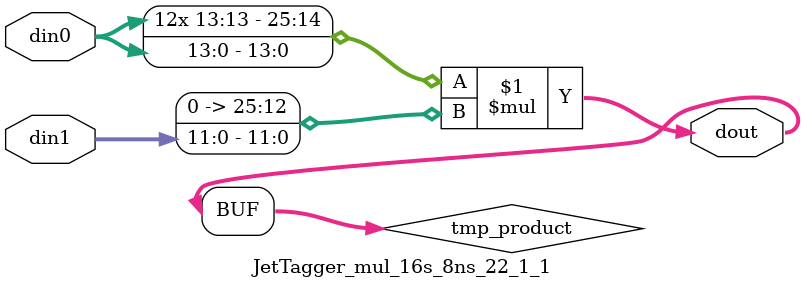
<source format=v>

`timescale 1 ns / 1 ps

  module JetTagger_mul_16s_8ns_22_1_1(din0, din1, dout);
parameter ID = 1;
parameter NUM_STAGE = 0;
parameter din0_WIDTH = 14;
parameter din1_WIDTH = 12;
parameter dout_WIDTH = 26;

input [din0_WIDTH - 1 : 0] din0; 
input [din1_WIDTH - 1 : 0] din1; 
output [dout_WIDTH - 1 : 0] dout;

wire signed [dout_WIDTH - 1 : 0] tmp_product;












assign tmp_product = $signed(din0) * $signed({1'b0, din1});









assign dout = tmp_product;







endmodule

</source>
